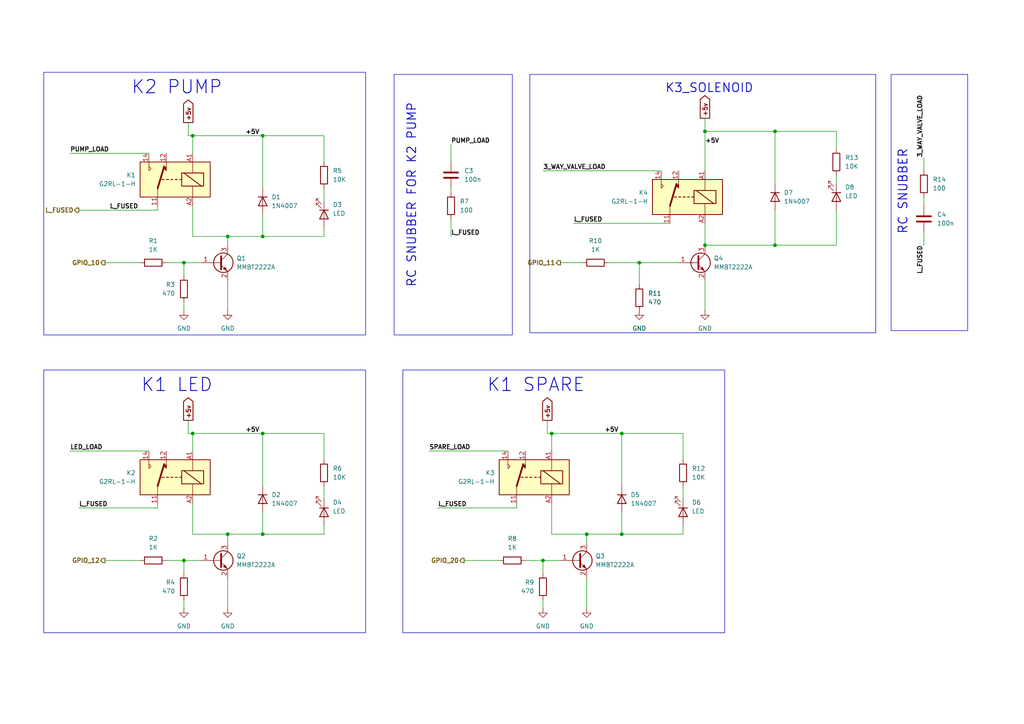
<source format=kicad_sch>
(kicad_sch (version 20250114) (generator "eeschema") (generator_version "9.0")
  (paper "A4")
  (lib_symbols
    (symbol "Device:C" (pin_numbers (hide yes)) (pin_names (offset 0.254))
      (property "Reference" "C" (at 0.635 2.54 0))
      (property "Value" "C" (at 0.635 -2.54 0))
      (symbol "C_0_1"
        (polyline (pts (xy -2.032 0.762) (xy 2.032 0.762)) (stroke (width 0.508)))
        (polyline (pts (xy -2.032 -0.762) (xy 2.032 -0.762)) (stroke (width 0.508)))
      )
      (symbol "C_1_1"
        (pin passive line (at 0 3.81 270) (length 2.794) (name "~") (number "1"))
        (pin passive line (at 0 -3.81 90) (length 2.794) (name "~") (number "2"))
      )
    )
    (symbol "Device:D" (pin_numbers (hide yes)) (pin_names (offset 1.016) (hide yes))
      (property "Reference" "D" (at 0 2.54 0))
      (property "Value" "D" (at 0 -2.54 0))
      (symbol "D_0_1"
        (polyline (pts (xy -1.27 1.27) (xy -1.27 -1.27)) (stroke (width 0.254)))
        (polyline (pts (xy 1.27 1.27) (xy 1.27 -1.27) (xy -1.27 0) (xy 1.27 1.27)) (stroke (width 0.254)))
        (polyline (pts (xy 1.27 0) (xy -1.27 0)))
      )
      (symbol "D_1_1"
        (pin passive line (at -3.81 0 0) (length 2.54) (name "K") (number "1"))
        (pin passive line (at 3.81 0 180) (length 2.54) (name "A") (number "2"))
      )
    )
    (symbol "Device:LED" (pin_numbers (hide yes)) (pin_names (offset 1.016) (hide yes))
      (property "Reference" "D" (at 0 2.54 0))
      (property "Value" "LED" (at 0 -2.54 0))
      (symbol "LED_0_1"
        (polyline (pts (xy -3.048 -0.762) (xy -4.572 -2.286) (xy -3.81 -2.286) (xy -4.572 -2.286) (xy -4.572 -1.524)))
        (polyline (pts (xy -1.778 -0.762) (xy -3.302 -2.286) (xy -2.54 -2.286) (xy -3.302 -2.286) (xy -3.302 -1.524)))
        (polyline (pts (xy -1.27 0) (xy 1.27 0)))
        (polyline (pts (xy -1.27 -1.27) (xy -1.27 1.27)) (stroke (width 0.254)))
        (polyline (pts (xy 1.27 -1.27) (xy 1.27 1.27) (xy -1.27 0) (xy 1.27 -1.27)) (stroke (width 0.254)))
      )
      (symbol "LED_1_1"
        (pin passive line (at -3.81 0 0) (length 2.54) (name "K") (number "1"))
        (pin passive line (at 3.81 0 180) (length 2.54) (name "A") (number "2"))
      )
    )
    (symbol "Device:R" (pin_numbers (hide yes)) (pin_names (offset 0))
      (property "Reference" "R" (at 2.032 0 90))
      (property "Value" "R" (at 0 0 90))
      (symbol "R_0_1"
        (rectangle (start -1.016 -2.54) (end 1.016 2.54) (stroke (width 0.254)))
      )
      (symbol "R_1_1"
        (pin passive line (at 0 3.81 270) (length 1.27) (name "~") (number "1"))
        (pin passive line (at 0 -3.81 90) (length 1.27) (name "~") (number "2"))
      )
    )
    (symbol "Relay:G2RL-1-H"
      (property "Reference" "K" (at 11.43 3.81 0))
      (property "Value" "G2RL-1-H" (at 11.43 1.27 0))
      (symbol "G2RL-1-H_0_0"
        (polyline (pts (xy 7.62 5.08) (xy 7.62 2.54) (xy 6.985 3.175) (xy 7.62 3.81)))
      )
      (symbol "G2RL-1-H_0_1"
        (rectangle (start -10.16 5.08) (end 10.16 -5.08) (stroke (width 0.254)) (fill (type background)))
        (rectangle (start -8.255 1.905) (end -1.905 -1.905) (stroke (width 0.254)))
        (polyline (pts (xy -7.62 -1.905) (xy -2.54 1.905)) (stroke (width 0.254)))
        (polyline (pts (xy -5.08 5.08) (xy -5.08 1.905)))
        (polyline (pts (xy -5.08 -5.08) (xy -5.08 -1.905)))
        (polyline (pts (xy -1.905 0) (xy -1.27 0)) (stroke (width 0.254)))
        (polyline (pts (xy -0.635 0) (xy 0 0)) (stroke (width 0.254)))
        (polyline (pts (xy 0.635 0) (xy 1.27 0)) (stroke (width 0.254)))
        (polyline (pts (xy 1.905 0) (xy 2.54 0)) (stroke (width 0.254)))
        (polyline (pts (xy 2.54 5.08) (xy 2.54 2.54) (xy 3.175 3.175) (xy 2.54 3.81)) (fill (type outline)))
        (polyline (pts (xy 3.175 0) (xy 3.81 0)) (stroke (width 0.254)))
        (polyline (pts (xy 5.08 -2.54) (xy 3.175 3.81)) (stroke (width 0.508)))
        (polyline (pts (xy 5.08 -2.54) (xy 5.08 -5.08)))
      )
      (symbol "G2RL-1-H_1_1"
        (pin passive line (at -5.08 7.62 270) (length 2.54) (name "~") (number "A1"))
        (pin passive line (at -5.08 -7.62 90) (length 2.54) (name "~") (number "A2"))
        (pin passive line (at 2.54 7.62 270) (length 2.54) (name "~") (number "12"))
        (pin passive line (at 5.08 -7.62 90) (length 2.54) (name "~") (number "11"))
        (pin passive line (at 7.62 7.62 270) (length 2.54) (name "~") (number "14"))
      )
    )
    (symbol "Transistor_BJT:MMBT2222A" (pin_names (offset 0) (hide yes))
      (property "Reference" "Q" (at 5.08 1.905 0))
      (property "Value" "MMBT2222A" (at 5.08 0 0))
      (symbol "MMBT2222A_0_1"
        (polyline (pts (xy -2.54 0) (xy 0.635 0)))
        (polyline (pts (xy 0.635 1.905) (xy 0.635 -1.905)) (stroke (width 0.508)))
        (circle (center 1.27 0) (radius 2.8194) (stroke (width 0.254)))
      )
      (symbol "MMBT2222A_1_1"
        (polyline (pts (xy 0.635 0.635) (xy 2.54 2.54)))
        (polyline (pts (xy 0.635 -0.635) (xy 2.54 -2.54)))
        (polyline (pts (xy 1.27 -1.778) (xy 1.778 -1.27) (xy 2.286 -2.286) (xy 1.27 -1.778)) (fill (type outline)))
        (pin input line (at -5.08 0 0) (length 2.54) (name "B") (number "1"))
        (pin passive line (at 2.54 5.08 270) (length 2.54) (name "C") (number "3"))
        (pin passive line (at 2.54 -5.08 90) (length 2.54) (name "E") (number "2"))
      )
    )
    (symbol "power:GND" (power) (pin_numbers (hide yes)) (pin_names (offset 0) (hide yes))
      (property "Value" "GND" (at 0 -3.81 0))
      (symbol "GND_0_1"
        (polyline (pts (xy 0 0) (xy 0 -1.27) (xy 1.27 -1.27) (xy 0 -2.54) (xy -1.27 -1.27) (xy 0 -1.27)))
      )
      (symbol "GND_1_1"
        (pin power_in line (at 0 0 270) (length 0) (name "~") (number "1"))
      )
    )
  )
  (rectangle (start 116.84 107.315) (end 210.185 183.515))
  (rectangle (start 114.3 21.59) (end 148.59 97.155))
  (rectangle (start 12.7 107.315) (end 106.045 183.515))
  (rectangle (start 258.445 21.59) (end 280.67 95.885))
  (rectangle (start 153.67 21.59) (end 254 96.52))
  (rectangle (start 12.7 20.955) (end 106.045 97.155))
  (text "K1 SPARE" (at 155.448 111.76 0) (effects (font (size 3.81 3.81) (thickness 0.254) (bold yes))))
  (text "K1 LED" (at 51.308 111.76 0) (effects (font (size 3.81 3.81) (thickness 0.254) (bold yes))))
  (text "RC SNUBBER" (at 261.874 55.626 90) (effects (font (size 2.54 2.54) (thickness 0.254) (bold yes))))
  (text "K2 PUMP" (at 51.308 25.4 0) (effects (font (size 3.81 3.81) (thickness 0.254) (bold yes))))
  (text "RC SNUBBER FOR K2 PUMP" (at 119.38 56.642 90) (effects (font (size 2.54 2.54) (thickness 0.254) (bold yes))))
  (text "K3_SOLENOID" (at 205.74 25.654 0) (effects (font (size 2.54 2.54) (thickness 0.254) (bold yes))))
  (junction (at 55.88 39.37))
  (junction (at 53.34 162.56))
  (junction (at 76.2 125.73))
  (junction (at 53.34 76.2))
  (junction (at 185.42 76.2))
  (junction (at 180.34 125.73))
  (junction (at 180.34 154.94))
  (junction (at 170.18 154.94))
  (junction (at 66.04 68.58))
  (junction (at 66.04 154.94))
  (junction (at 224.79 38.1))
  (junction (at 204.47 38.1))
  (junction (at 76.2 154.94))
  (junction (at 76.2 68.58))
  (junction (at 204.47 71.12))
  (junction (at 224.79 71.12))
  (junction (at 157.48 162.56))
  (junction (at 55.88 125.73))
  (junction (at 160.02 125.73))
  (junction (at 76.2 39.37))
  (wire (pts (xy 242.57 43.18) (xy 242.57 38.1)))
  (wire (pts (xy 76.2 154.94) (xy 76.2 148.59)))
  (wire (pts (xy 22.86 60.96) (xy 45.72 60.96)))
  (wire (pts (xy 76.2 125.73) (xy 93.98 125.73)))
  (wire (pts (xy 66.04 68.58) (xy 66.04 71.12)))
  (wire (pts (xy 20.32 44.45) (xy 43.18 44.45)))
  (wire (pts (xy 160.02 125.73) (xy 160.02 130.81)))
  (wire (pts (xy 53.34 76.2) (xy 58.42 76.2)))
  (wire (pts (xy 66.04 68.58) (xy 76.2 68.58)))
  (wire (pts (xy 55.88 125.73) (xy 55.88 130.81)))
  (wire (pts (xy 45.72 147.32) (xy 45.72 146.05)))
  (wire (pts (xy 130.81 54.61) (xy 130.81 55.88)))
  (wire (pts (xy 162.56 76.2) (xy 168.91 76.2)))
  (wire (pts (xy 166.37 64.77) (xy 194.31 64.77)))
  (wire (pts (xy 66.04 154.94) (xy 66.04 157.48)))
  (wire (pts (xy 53.34 87.63) (xy 53.34 90.17)))
  (wire (pts (xy 55.88 39.37) (xy 76.2 39.37)))
  (wire (pts (xy 152.4 162.56) (xy 157.48 162.56)))
  (wire (pts (xy 66.04 81.28) (xy 66.04 90.17)))
  (wire (pts (xy 180.34 154.94) (xy 198.12 154.94)))
  (wire (pts (xy 76.2 68.58) (xy 93.98 68.58)))
  (wire (pts (xy 53.34 162.56) (xy 58.42 162.56)))
  (wire (pts (xy 204.47 38.1) (xy 204.47 49.53)))
  (wire (pts (xy 158.75 121.92) (xy 158.75 125.73)))
  (wire (pts (xy 204.47 71.12) (xy 224.79 71.12)))
  (wire (pts (xy 48.26 76.2) (xy 53.34 76.2)))
  (wire (pts (xy 93.98 66.04) (xy 93.98 68.58)))
  (wire (pts (xy 196.85 76.2) (xy 185.42 76.2)))
  (wire (pts (xy 66.04 154.94) (xy 76.2 154.94)))
  (wire (pts (xy 170.18 154.94) (xy 180.34 154.94)))
  (wire (pts (xy 242.57 71.12) (xy 242.57 60.96)))
  (wire (pts (xy 54.61 121.92) (xy 54.61 125.73)))
  (wire (pts (xy 160.02 154.94) (xy 170.18 154.94)))
  (wire (pts (xy 242.57 38.1) (xy 224.79 38.1)))
  (wire (pts (xy 160.02 146.05) (xy 160.02 154.94)))
  (wire (pts (xy 55.88 154.94) (xy 66.04 154.94)))
  (wire (pts (xy 93.98 140.97) (xy 93.98 144.78)))
  (wire (pts (xy 76.2 68.58) (xy 76.2 62.23)))
  (wire (pts (xy 157.48 173.99) (xy 157.48 176.53)))
  (wire (pts (xy 267.97 67.31) (xy 267.97 71.12)))
  (wire (pts (xy 54.61 35.56) (xy 54.61 39.37)))
  (wire (pts (xy 198.12 152.4) (xy 198.12 154.94)))
  (wire (pts (xy 242.57 50.8) (xy 242.57 53.34)))
  (wire (pts (xy 55.88 125.73) (xy 76.2 125.73)))
  (wire (pts (xy 267.97 57.15) (xy 267.97 59.69)))
  (wire (pts (xy 93.98 54.61) (xy 93.98 58.42)))
  (wire (pts (xy 53.34 173.99) (xy 53.34 176.53)))
  (wire (pts (xy 76.2 39.37) (xy 76.2 54.61)))
  (wire (pts (xy 76.2 39.37) (xy 93.98 39.37)))
  (wire (pts (xy 204.47 81.28) (xy 204.47 90.17)))
  (wire (pts (xy 30.48 76.2) (xy 40.64 76.2)))
  (wire (pts (xy 45.72 60.96) (xy 45.72 59.69)))
  (wire (pts (xy 130.81 63.5) (xy 130.81 68.58)))
  (wire (pts (xy 224.79 71.12) (xy 224.79 60.96)))
  (wire (pts (xy 76.2 154.94) (xy 93.98 154.94)))
  (wire (pts (xy 93.98 152.4) (xy 93.98 154.94)))
  (wire (pts (xy 93.98 125.73) (xy 93.98 133.35)))
  (wire (pts (xy 66.04 167.64) (xy 66.04 176.53)))
  (wire (pts (xy 30.48 162.56) (xy 40.64 162.56)))
  (wire (pts (xy 55.88 59.69) (xy 55.88 68.58)))
  (wire (pts (xy 127 147.32) (xy 149.86 147.32)))
  (wire (pts (xy 198.12 125.73) (xy 198.12 133.35)))
  (wire (pts (xy 204.47 34.29) (xy 204.47 38.1)))
  (wire (pts (xy 204.47 64.77) (xy 204.47 71.12)))
  (wire (pts (xy 198.12 140.97) (xy 198.12 144.78)))
  (wire (pts (xy 157.48 162.56) (xy 157.48 166.37)))
  (wire (pts (xy 55.88 39.37) (xy 54.61 39.37)))
  (wire (pts (xy 157.48 162.56) (xy 162.56 162.56)))
  (wire (pts (xy 53.34 162.56) (xy 53.34 166.37)))
  (wire (pts (xy 180.34 125.73) (xy 180.34 140.97)))
  (wire (pts (xy 267.97 45.72) (xy 267.97 49.53)))
  (wire (pts (xy 224.79 53.34) (xy 224.79 38.1)))
  (wire (pts (xy 224.79 38.1) (xy 204.47 38.1)))
  (wire (pts (xy 224.79 71.12) (xy 242.57 71.12)))
  (wire (pts (xy 124.46 130.81) (xy 147.32 130.81)))
  (wire (pts (xy 76.2 125.73) (xy 76.2 140.97)))
  (wire (pts (xy 20.32 130.81) (xy 43.18 130.81)))
  (wire (pts (xy 170.18 154.94) (xy 170.18 157.48)))
  (wire (pts (xy 185.42 76.2) (xy 185.42 82.55)))
  (wire (pts (xy 55.88 68.58) (xy 66.04 68.58)))
  (wire (pts (xy 55.88 39.37) (xy 55.88 44.45)))
  (wire (pts (xy 149.86 147.32) (xy 149.86 146.05)))
  (wire (pts (xy 55.88 125.73) (xy 54.61 125.73)))
  (wire (pts (xy 180.34 154.94) (xy 180.34 148.59)))
  (wire (pts (xy 160.02 125.73) (xy 180.34 125.73)))
  (wire (pts (xy 157.48 49.53) (xy 191.77 49.53)))
  (wire (pts (xy 55.88 146.05) (xy 55.88 154.94)))
  (wire (pts (xy 130.81 41.91) (xy 130.81 46.99)))
  (wire (pts (xy 180.34 125.73) (xy 198.12 125.73)))
  (wire (pts (xy 160.02 125.73) (xy 158.75 125.73)))
  (wire (pts (xy 176.53 76.2) (xy 185.42 76.2)))
  (wire (pts (xy 93.98 39.37) (xy 93.98 46.99)))
  (wire (pts (xy 53.34 76.2) (xy 53.34 80.01)))
  (wire (pts (xy 22.86 147.32) (xy 45.72 147.32)))
  (wire (pts (xy 48.26 162.56) (xy 53.34 162.56)))
  (wire (pts (xy 134.62 162.56) (xy 144.78 162.56)))
  (wire (pts (xy 170.18 167.64) (xy 170.18 176.53)))
  (label "3_WAY_VALVE_LOAD" (at 157.48 49.53 0) (effects (font (thickness 0.254) (bold yes))))
  (label "L_FUSED" (at 31.75 60.96 0) (effects (font (thickness 0.254) (bold yes))))
  (label "+5V" (at 71.12 39.37 0) (effects (font (thickness 0.254) (bold yes))))
  (label "+5V" (at 204.47 41.91 0) (effects (font (thickness 0.254) (bold yes))))
  (label "L_FUSED" (at 22.86 147.32 0) (effects (font (thickness 0.254) (bold yes))))
  (label "LED_LOAD" (at 20.32 130.81 0) (effects (font (thickness 0.254) (bold yes))))
  (label "L_FUSED" (at 127 147.32 0) (effects (font (thickness 0.254) (bold yes))))
  (label "PUMP_LOAD" (at 130.81 41.91 0) (effects (font (thickness 0.254) (bold yes))))
  (label "3_WAY_VALVE_LOAD" (at 267.97 45.72 90) (effects (font (thickness 0.254) (bold yes))))
  (label "L_FUSED" (at 267.97 71.12 270) (effects (font (thickness 0.254) (bold yes))))
  (label "+5V" (at 71.12 125.73 0) (effects (font (thickness 0.254) (bold yes))))
  (label "L_FUSED" (at 130.81 68.58 0) (effects (font (thickness 0.254) (bold yes))))
  (label "SPARE_LOAD" (at 124.46 130.81 0) (effects (font (thickness 0.254) (bold yes))))
  (label "PUMP_LOAD" (at 20.32 44.45 0) (effects (font (thickness 0.254) (bold yes))))
  (label "+5V" (at 175.26 125.73 0) (effects (font (thickness 0.254) (bold yes))))
  (label "L_FUSED" (at 166.37 64.77 0) (effects (font (thickness 0.254) (bold yes))))
  (global_label "+5v" (shape output) (at 158.75 121.92 90) (effects (font (thickness 0.254) (bold yes))) (property "Intersheetrefs" "${INTERSHEET_REFS}" (effects (hide yes))))
  (global_label "+5v" (shape output) (at 54.61 121.92 90) (effects (font (thickness 0.254) (bold yes))) (property "Intersheetrefs" "${INTERSHEET_REFS}" (effects (hide yes))))
  (global_label "+5v" (shape output) (at 54.61 35.56 90) (effects (font (thickness 0.254) (bold yes))) (property "Intersheetrefs" "${INTERSHEET_REFS}" (effects (hide yes))))
  (global_label "+5v" (shape output) (at 204.47 34.29 90) (effects (font (thickness 0.254) (bold yes))) (property "Intersheetrefs" "${INTERSHEET_REFS}" (effects (hide yes))))
  (hierarchical_label "GPIO_12" (shape output) (at 30.48 162.56 180) (effects (font (thickness 0.254) (bold yes))))
  (hierarchical_label "GPIO_20" (shape output) (at 134.62 162.56 180) (effects (font (thickness 0.254) (bold yes))))
  (hierarchical_label "GPIO_11" (shape output) (at 162.56 76.2 180) (effects (font (thickness 0.254) (bold yes))))
  (hierarchical_label "GPIO_10" (shape output) (at 30.48 76.2 180) (effects (font (thickness 0.254) (bold yes))))
  (hierarchical_label "L_FUSED" (shape output) (at 22.86 60.96 180) (effects (font (thickness 0.254) (bold yes))))
  (symbol (lib_id "power:GND") (at 66.04 90.17 0) (unit 1)
    (property "Reference" "#PWR05" (effects (hide yes)))
    (property "Value" "GND" (at 66.04 95.25 0))
    (property "Description" "Power symbol creates a global label with name \"GND\" , ground" (effects (hide yes)))
  )
  (symbol (lib_id "Device:R") (at 172.72 76.2 90) (unit 1)
    (property "Reference" "R10" (at 172.72 69.85 90))
    (property "Value" "1K" (at 172.72 72.39 90))
    (property "Footprint" "Resistor_SMD:R_0805_2012Metric" (effects (hide yes)))
    (property "Description" "Resistor" (effects (hide yes)))
  )
  (symbol (lib_id "Device:LED") (at 198.12 148.59 270) (unit 1)
    (property "Reference" "D6" (at 200.66 145.7324 90) (effects (justify left)))
    (property "Value" "LED" (at 200.66 148.2724 90) (effects (justify left)))
    (property "Footprint" "LED_SMD:LED_0805_2012Metric" (effects (hide yes)))
    (property "Description" "Light emitting diode" (effects (hide yes)))
    (property "Sim.Pins" "1=K 2=A" (effects (hide yes)))
  )
  (symbol (lib_id "Device:R") (at 242.57 46.99 0) (unit 1)
    (property "Reference" "R13" (at 245.11 45.7199 0) (effects (justify left)))
    (property "Value" "10K" (at 245.11 48.2599 0) (effects (justify left)))
    (property "Footprint" "Resistor_SMD:R_0805_2012Metric" (effects (hide yes)))
    (property "Description" "Resistor" (effects (hide yes)))
  )
  (symbol (lib_id "Device:D") (at 76.2 144.78 270) (unit 1)
    (property "Reference" "D2" (at 78.74 143.5099 90) (effects (justify left)))
    (property "Value" "1N4007" (at 78.74 146.0499 90) (effects (justify left)))
    (property "Footprint" "Diode_THT:D_DO-41_SOD81_P10.16mm_Horizontal" (effects (hide yes)))
    (property "Description" "FLYBACK DIODE" (effects (hide yes)))
    (property "Sim.Device" "D" (effects (hide yes)))
    (property "Sim.Pins" "1=K 2=A" (effects (hide yes)))
  )
  (symbol (lib_id "power:GND") (at 204.47 90.17 0) (unit 1)
    (property "Reference" "#PWR010" (effects (hide yes)))
    (property "Value" "GND" (at 204.47 95.25 0))
    (property "Description" "Power symbol creates a global label with name \"GND\" , ground" (effects (hide yes)))
  )
  (symbol (lib_id "Device:R") (at 44.45 162.56 90) (unit 1)
    (property "Reference" "R2" (at 44.45 156.21 90))
    (property "Value" "1K" (at 44.45 158.75 90))
    (property "Footprint" "Resistor_SMD:R_0805_2012Metric" (effects (hide yes)))
    (property "Description" "Resistor" (effects (hide yes)))
  )
  (symbol (lib_id "Transistor_BJT:MMBT2222A") (at 63.5 76.2 0) (unit 1)
    (property "Reference" "Q1" (at 68.58 74.9299 0) (effects (justify left)))
    (property "Value" "MMBT2222A" (at 68.58 77.4699 0) (effects (justify left)))
    (property "Footprint" "Package_TO_SOT_SMD:SOT-23" (effects (hide yes)))
    (property "Datasheet" "https://assets.nexperia.com/documents/data-sheet/MMBT2222A.pdf" (effects (hide yes)))
    (property "Description" "600mA Ic, 40V Vce, NPN Transistor, SOT-23" (effects (hide yes)))
  )
  (symbol (lib_id "power:GND") (at 53.34 176.53 0) (unit 1)
    (property "Reference" "#PWR04" (effects (hide yes)))
    (property "Value" "GND" (at 53.34 181.61 0))
    (property "Description" "Power symbol creates a global label with name \"GND\" , ground" (effects (hide yes)))
  )
  (symbol (lib_id "Device:C") (at 267.97 63.5 0) (unit 1)
    (property "Reference" "C4" (at 271.78 62.2299 0) (effects (justify left)))
    (property "Value" "100n" (at 271.78 64.7699 0) (effects (justify left)))
    (property "Footprint" "Capacitor_THT:C_Rect_L26.5mm_W11.5mm_P22.50mm_MKS4" (effects (hide yes)))
    (property "Description" "Unpolarized capacitor" (effects (hide yes)))
  )
  (symbol (lib_id "power:GND") (at 66.04 176.53 0) (unit 1)
    (property "Reference" "#PWR06" (effects (hide yes)))
    (property "Value" "GND" (at 66.04 181.61 0))
    (property "Description" "Power symbol creates a global label with name \"GND\" , ground" (effects (hide yes)))
  )
  (symbol (lib_id "Device:R") (at 157.48 170.18 0) (mirror y) (unit 1)
    (property "Reference" "R9" (at 154.94 168.9099 0) (effects (justify left)))
    (property "Value" "470" (at 154.94 171.4499 0) (effects (justify left)))
    (property "Footprint" "Resistor_SMD:R_0805_2012Metric" (effects (hide yes)))
    (property "Description" "Resistor" (effects (hide yes)))
  )
  (symbol (lib_id "power:GND") (at 185.42 90.17 0) (unit 1)
    (property "Reference" "#PWR09" (effects (hide yes)))
    (property "Value" "GND" (at 185.42 95.25 0))
    (property "Description" "Power symbol creates a global label with name \"GND\" , ground" (effects (hide yes)))
  )
  (symbol (lib_id "Relay:G2RL-1-H") (at 154.94 138.43 0) (mirror y) (unit 1)
    (property "Reference" "K3" (at 143.51 137.1599 0) (effects (justify left)))
    (property "Value" "G2RL-1-H" (at 143.51 139.6999 0) (effects (justify left)))
    (property "Footprint" "Relay_THT:Relay_SPDT_Omron_G2RL-1" (effects (hide yes)))
    (property "Datasheet" "https://omronfs.omron.com/en_US/ecb/products/pdf/en-g2rl.pdf" (effects (hide yes)))
    (property "Description" "General Purpose Low Profile Relay SPDT Through Hole, Omron G2RL series, High Sensitivity, 10A 250VAC" (effects (hide yes)))
  )
  (symbol (lib_id "Relay:G2RL-1-H") (at 199.39 57.15 0) (mirror y) (unit 1)
    (property "Reference" "K4" (at 187.96 55.8799 0) (effects (justify left)))
    (property "Value" "G2RL-1-H" (at 187.96 58.4199 0) (effects (justify left)))
    (property "Footprint" "Relay_THT:Relay_SPDT_Omron_G2RL-1" (effects (hide yes)))
    (property "Datasheet" "https://omronfs.omron.com/en_US/ecb/products/pdf/en-g2rl.pdf" (effects (hide yes)))
    (property "Description" "General Purpose Low Profile Relay SPDT Through Hole, Omron G2RL series, High Sensitivity, 10A 250VAC" (effects (hide yes)))
  )
  (symbol (lib_id "Device:LED") (at 93.98 148.59 270) (unit 1)
    (property "Reference" "D4" (at 96.52 145.7324 90) (effects (justify left)))
    (property "Value" "LED" (at 96.52 148.2724 90) (effects (justify left)))
    (property "Footprint" "LED_SMD:LED_0805_2012Metric" (effects (hide yes)))
    (property "Description" "Light emitting diode" (effects (hide yes)))
    (property "Sim.Pins" "1=K 2=A" (effects (hide yes)))
  )
  (symbol (lib_id "Relay:G2RL-1-H") (at 50.8 138.43 0) (mirror y) (unit 1)
    (property "Reference" "K2" (at 39.37 137.1599 0) (effects (justify left)))
    (property "Value" "G2RL-1-H" (at 39.37 139.6999 0) (effects (justify left)))
    (property "Footprint" "Relay_THT:Relay_SPDT_Omron_G2RL-1" (effects (hide yes)))
    (property "Datasheet" "https://omronfs.omron.com/en_US/ecb/products/pdf/en-g2rl.pdf" (effects (hide yes)))
    (property "Description" "General Purpose Low Profile Relay SPDT Through Hole, Omron G2RL series, High Sensitivity, 10A 250VAC" (effects (hide yes)))
  )
  (symbol (lib_id "Device:D") (at 180.34 144.78 270) (unit 1)
    (property "Reference" "D5" (at 182.88 143.5099 90) (effects (justify left)))
    (property "Value" "1N4007" (at 182.88 146.0499 90) (effects (justify left)))
    (property "Footprint" "Diode_THT:D_DO-41_SOD81_P10.16mm_Horizontal" (effects (hide yes)))
    (property "Description" "FLYBACK DIODE" (effects (hide yes)))
    (property "Sim.Device" "D" (effects (hide yes)))
    (property "Sim.Pins" "1=K 2=A" (effects (hide yes)))
  )
  (symbol (lib_id "Device:R") (at 185.42 86.36 0) (unit 1)
    (property "Reference" "R11" (at 187.96 85.0899 0) (effects (justify left)))
    (property "Value" "470" (at 187.96 87.6299 0) (effects (justify left)))
    (property "Footprint" "Resistor_SMD:R_0805_2012Metric" (effects (hide yes)))
    (property "Description" "Resistor" (effects (hide yes)))
  )
  (symbol (lib_id "Device:C") (at 130.81 50.8 0) (unit 1)
    (property "Reference" "C3" (at 134.62 49.5299 0) (effects (justify left)))
    (property "Value" "100n" (at 134.62 52.0699 0) (effects (justify left)))
    (property "Footprint" "Capacitor_THT:C_Rect_L26.5mm_W11.5mm_P22.50mm_MKS4" (effects (hide yes)))
    (property "Description" "Unpolarized capacitor" (effects (hide yes)))
  )
  (symbol (lib_id "power:GND") (at 170.18 176.53 0) (unit 1)
    (property "Reference" "#PWR08" (effects (hide yes)))
    (property "Value" "GND" (at 170.18 181.61 0))
    (property "Description" "Power symbol creates a global label with name \"GND\" , ground" (effects (hide yes)))
  )
  (symbol (lib_id "Transistor_BJT:MMBT2222A") (at 63.5 162.56 0) (unit 1)
    (property "Reference" "Q2" (at 68.58 161.2899 0) (effects (justify left)))
    (property "Value" "MMBT2222A" (at 68.58 163.8299 0) (effects (justify left)))
    (property "Footprint" "Package_TO_SOT_SMD:SOT-23" (effects (hide yes)))
    (property "Datasheet" "https://assets.nexperia.com/documents/data-sheet/MMBT2222A.pdf" (effects (hide yes)))
    (property "Description" "600mA Ic, 40V Vce, NPN Transistor, SOT-23" (effects (hide yes)))
  )
  (symbol (lib_id "Device:R") (at 53.34 170.18 0) (mirror y) (unit 1)
    (property "Reference" "R4" (at 50.8 168.9099 0) (effects (justify left)))
    (property "Value" "470" (at 50.8 171.4499 0) (effects (justify left)))
    (property "Footprint" "Resistor_SMD:R_0805_2012Metric" (effects (hide yes)))
    (property "Description" "Resistor" (effects (hide yes)))
  )
  (symbol (lib_id "Device:R") (at 198.12 137.16 0) (unit 1)
    (property "Reference" "R12" (at 200.66 135.8899 0) (effects (justify left)))
    (property "Value" "10K" (at 200.66 138.4299 0) (effects (justify left)))
    (property "Footprint" "Resistor_SMD:R_0805_2012Metric" (effects (hide yes)))
    (property "Description" "Resistor" (effects (hide yes)))
  )
  (symbol (lib_id "Device:R") (at 53.34 83.82 0) (mirror y) (unit 1)
    (property "Reference" "R3" (at 50.8 82.5499 0) (effects (justify left)))
    (property "Value" "470" (at 50.8 85.0899 0) (effects (justify left)))
    (property "Footprint" "Resistor_SMD:R_0805_2012Metric" (effects (hide yes)))
    (property "Description" "Resistor" (effects (hide yes)))
  )
  (symbol (lib_id "power:GND") (at 157.48 176.53 0) (unit 1)
    (property "Reference" "#PWR07" (effects (hide yes)))
    (property "Value" "GND" (at 157.48 181.61 0))
    (property "Description" "Power symbol creates a global label with name \"GND\" , ground" (effects (hide yes)))
  )
  (symbol (lib_id "Device:R") (at 44.45 76.2 90) (unit 1)
    (property "Reference" "R1" (at 44.45 69.85 90))
    (property "Value" "1K" (at 44.45 72.39 90))
    (property "Footprint" "Resistor_SMD:R_0805_2012Metric" (effects (hide yes)))
    (property "Description" "Resistor" (effects (hide yes)))
  )
  (symbol (lib_id "Device:LED") (at 93.98 62.23 270) (unit 1)
    (property "Reference" "D3" (at 96.52 59.3724 90) (effects (justify left)))
    (property "Value" "LED" (at 96.52 61.9124 90) (effects (justify left)))
    (property "Footprint" "LED_SMD:LED_0805_2012Metric" (effects (hide yes)))
    (property "Description" "Light emitting diode" (effects (hide yes)))
    (property "Sim.Pins" "1=K 2=A" (effects (hide yes)))
  )
  (symbol (lib_id "Device:R") (at 267.97 53.34 0) (unit 1)
    (property "Reference" "R14" (at 270.51 52.0699 0) (effects (justify left)))
    (property "Value" "100" (at 270.51 54.6099 0) (effects (justify left)))
    (property "Footprint" "Resistor_SMD:R_1210_3225Metric" (effects (hide yes)))
    (property "Description" "Resistor" (effects (hide yes)))
    (property "POWER" "2W" (effects (hide yes)))
  )
  (symbol (lib_id "Transistor_BJT:MMBT2222A") (at 167.64 162.56 0) (unit 1)
    (property "Reference" "Q3" (at 172.72 161.2899 0) (effects (justify left)))
    (property "Value" "MMBT2222A" (at 172.72 163.8299 0) (effects (justify left)))
    (property "Footprint" "Package_TO_SOT_SMD:SOT-23" (effects (hide yes)))
    (property "Datasheet" "https://assets.nexperia.com/documents/data-sheet/MMBT2222A.pdf" (effects (hide yes)))
    (property "Description" "600mA Ic, 40V Vce, NPN Transistor, SOT-23" (effects (hide yes)))
  )
  (symbol (lib_id "Transistor_BJT:MMBT2222A") (at 201.93 76.2 0) (unit 1)
    (property "Reference" "Q4" (at 207.01 74.9299 0) (effects (justify left)))
    (property "Value" "MMBT2222A" (at 207.01 77.4699 0) (effects (justify left)))
    (property "Footprint" "Package_TO_SOT_SMD:SOT-23" (effects (hide yes)))
    (property "Datasheet" "https://assets.nexperia.com/documents/data-sheet/MMBT2222A.pdf" (effects (hide yes)))
    (property "Description" "600mA Ic, 40V Vce, NPN Transistor, SOT-23" (effects (hide yes)))
  )
  (symbol (lib_id "Device:R") (at 130.81 59.69 0) (unit 1)
    (property "Reference" "R7" (at 133.35 58.4199 0) (effects (justify left)))
    (property "Value" "100" (at 133.35 60.9599 0) (effects (justify left)))
    (property "Footprint" "Resistor_SMD:R_1210_3225Metric" (effects (hide yes)))
    (property "Description" "Resistor" (effects (hide yes)))
    (property "POWER" "2W" (effects (hide yes)))
  )
  (symbol (lib_id "Device:R") (at 93.98 50.8 0) (unit 1)
    (property "Reference" "R5" (at 96.52 49.5299 0) (effects (justify left)))
    (property "Value" "10K" (at 96.52 52.0699 0) (effects (justify left)))
    (property "Footprint" "Resistor_SMD:R_0805_2012Metric" (effects (hide yes)))
    (property "Description" "Resistor" (effects (hide yes)))
  )
  (symbol (lib_id "Relay:G2RL-1-H") (at 50.8 52.07 0) (mirror y) (unit 1)
    (property "Reference" "K1" (at 39.37 50.7999 0) (effects (justify left)))
    (property "Value" "G2RL-1-H" (at 39.37 53.3399 0) (effects (justify left)))
    (property "Footprint" "Relay_THT:Relay_SPDT_Omron_G2RL-1" (effects (hide yes)))
    (property "Datasheet" "https://omronfs.omron.com/en_US/ecb/products/pdf/en-g2rl.pdf" (effects (hide yes)))
    (property "Description" "General Purpose Low Profile Relay SPDT Through Hole, Omron G2RL series, High Sensitivity, 10A 250VAC" (effects (hide yes)))
  )
  (symbol (lib_id "Device:D") (at 76.2 58.42 270) (unit 1)
    (property "Reference" "D1" (at 78.74 57.1499 90) (effects (justify left)))
    (property "Value" "1N4007" (at 78.74 59.6899 90) (effects (justify left)))
    (property "Footprint" "Diode_THT:D_DO-41_SOD81_P10.16mm_Horizontal" (effects (hide yes)))
    (property "Description" "FLYBACK DIODE" (effects (hide yes)))
    (property "Sim.Device" "D" (effects (hide yes)))
    (property "Sim.Pins" "1=K 2=A" (effects (hide yes)))
  )
  (symbol (lib_id "Device:R") (at 93.98 137.16 0) (unit 1)
    (property "Reference" "R6" (at 96.52 135.8899 0) (effects (justify left)))
    (property "Value" "10K" (at 96.52 138.4299 0) (effects (justify left)))
    (property "Footprint" "Resistor_SMD:R_0805_2012Metric" (effects (hide yes)))
    (property "Description" "Resistor" (effects (hide yes)))
  )
  (symbol (lib_id "power:GND") (at 53.34 90.17 0) (unit 1)
    (property "Reference" "#PWR03" (effects (hide yes)))
    (property "Value" "GND" (at 53.34 95.25 0))
    (property "Description" "Power symbol creates a global label with name \"GND\" , ground" (effects (hide yes)))
  )
  (symbol (lib_id "Device:LED") (at 242.57 57.15 270) (unit 1)
    (property "Reference" "D8" (at 245.11 54.2924 90) (effects (justify left)))
    (property "Value" "LED" (at 245.11 56.8324 90) (effects (justify left)))
    (property "Footprint" "LED_SMD:LED_0805_2012Metric" (effects (hide yes)))
    (property "Description" "Light emitting diode" (effects (hide yes)))
    (property "Sim.Pins" "1=K 2=A" (effects (hide yes)))
  )
  (symbol (lib_id "Device:R") (at 148.59 162.56 90) (unit 1)
    (property "Reference" "R8" (at 148.59 156.21 90))
    (property "Value" "1K" (at 148.59 158.75 90))
    (property "Footprint" "Resistor_SMD:R_0805_2012Metric" (effects (hide yes)))
    (property "Description" "Resistor" (effects (hide yes)))
  )
  (symbol (lib_id "Device:D") (at 224.79 57.15 270) (unit 1)
    (property "Reference" "D7" (at 227.33 55.8799 90) (effects (justify left)))
    (property "Value" "1N4007" (at 227.33 58.4199 90) (effects (justify left)))
    (property "Footprint" "Diode_THT:D_DO-41_SOD81_P10.16mm_Horizontal" (effects (hide yes)))
    (property "Description" "Diode" (effects (hide yes)))
    (property "Sim.Device" "D" (effects (hide yes)))
    (property "Sim.Pins" "1=K 2=A" (effects (hide yes)))
  )
)
</source>
